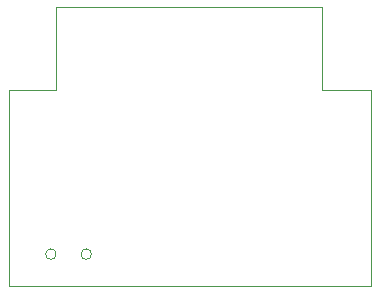
<source format=gbr>
%TF.GenerationSoftware,KiCad,Pcbnew,8.0.0*%
%TF.CreationDate,2024-04-21T04:34:17+02:00*%
%TF.ProjectId,MicroMouse Power,4d696372-6f4d-46f7-9573-6520506f7765,rev?*%
%TF.SameCoordinates,Original*%
%TF.FileFunction,Profile,NP*%
%FSLAX46Y46*%
G04 Gerber Fmt 4.6, Leading zero omitted, Abs format (unit mm)*
G04 Created by KiCad (PCBNEW 8.0.0) date 2024-04-21 04:34:17*
%MOMM*%
%LPD*%
G01*
G04 APERTURE LIST*
%TA.AperFunction,Profile*%
%ADD10C,0.050000*%
%TD*%
G04 APERTURE END LIST*
D10*
X200620000Y-44650000D02*
X200620000Y-51640000D01*
X204770000Y-51640000D02*
X204770000Y-68230000D01*
X178050000Y-51670000D02*
X174130000Y-51670000D01*
X204770000Y-68230000D02*
X174130000Y-68230000D01*
X178050000Y-44650000D02*
X200620000Y-44650000D01*
X174130000Y-68230000D02*
X174130000Y-51670000D01*
X178050000Y-44650000D02*
X178050000Y-51670000D01*
X200620000Y-51640000D02*
X204770000Y-51640000D01*
%TO.C,SW1*%
X178090000Y-65555700D02*
G75*
G02*
X177190000Y-65555700I-450000J0D01*
G01*
X177190000Y-65555700D02*
G75*
G02*
X178090000Y-65555700I450000J0D01*
G01*
X181090000Y-65555700D02*
G75*
G02*
X180190000Y-65555700I-450000J0D01*
G01*
X180190000Y-65555700D02*
G75*
G02*
X181090000Y-65555700I450000J0D01*
G01*
%TD*%
M02*

</source>
